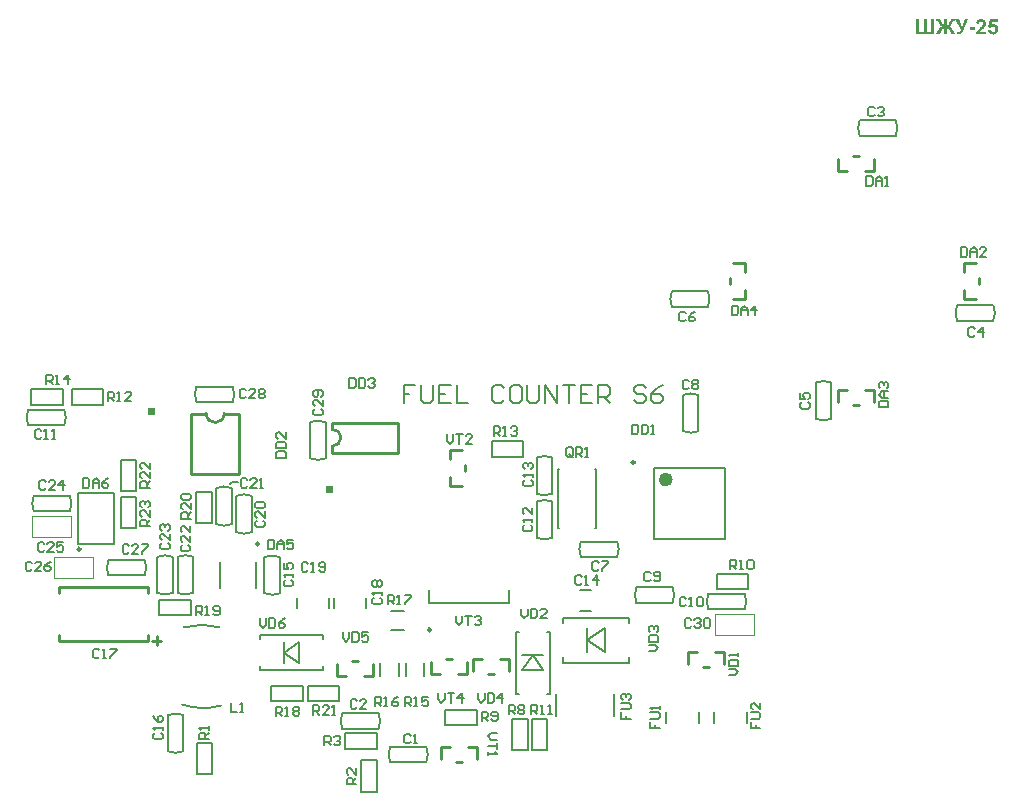
<source format=gto>
G04 Layer_Color=65535*
%FSLAX24Y24*%
%MOIN*%
G70*
G01*
G75*
%ADD10C,0.0079*%
%ADD41C,0.0098*%
%ADD58C,0.0070*%
%ADD59C,0.0071*%
%ADD60C,0.0236*%
%ADD61C,0.0100*%
%ADD62C,0.0039*%
%ADD63C,0.0050*%
%ADD64C,0.0067*%
G36*
X44214Y36142D02*
X43612D01*
Y36646D01*
X43714D01*
Y36227D01*
X43859D01*
Y36646D01*
X43961D01*
Y36227D01*
X44112D01*
Y36646D01*
X44213D01*
X44214Y36142D01*
D02*
G37*
G36*
X45573Y36277D02*
X45383D01*
Y36374D01*
X45573D01*
Y36277D01*
D02*
G37*
G36*
X45787Y36648D02*
X45793Y36648D01*
X45801Y36647D01*
X45809Y36645D01*
X45817Y36644D01*
X45836Y36639D01*
X45855Y36632D01*
X45866Y36627D01*
X45874Y36622D01*
X45884Y36616D01*
X45892Y36608D01*
X45893Y36608D01*
X45894Y36607D01*
X45895Y36604D01*
X45898Y36601D01*
X45902Y36597D01*
X45906Y36592D01*
X45909Y36587D01*
X45914Y36581D01*
X45921Y36566D01*
X45928Y36549D01*
X45931Y36540D01*
X45933Y36530D01*
X45934Y36519D01*
X45935Y36508D01*
Y36506D01*
Y36502D01*
X45934Y36495D01*
X45933Y36487D01*
X45932Y36477D01*
X45930Y36466D01*
X45927Y36454D01*
X45922Y36443D01*
X45922Y36441D01*
X45920Y36438D01*
X45917Y36431D01*
X45913Y36423D01*
X45908Y36414D01*
X45901Y36403D01*
X45893Y36391D01*
X45884Y36379D01*
X45883Y36378D01*
X45880Y36374D01*
X45876Y36369D01*
X45869Y36362D01*
X45860Y36353D01*
X45850Y36341D01*
X45836Y36329D01*
X45820Y36314D01*
X45820Y36313D01*
X45818Y36312D01*
X45816Y36310D01*
X45813Y36307D01*
X45805Y36300D01*
X45796Y36291D01*
X45786Y36282D01*
X45777Y36272D01*
X45768Y36264D01*
X45765Y36261D01*
X45762Y36258D01*
X45761Y36257D01*
X45760Y36255D01*
X45758Y36253D01*
X45755Y36249D01*
X45748Y36241D01*
X45742Y36231D01*
X45935D01*
Y36142D01*
X45596D01*
Y36142D01*
Y36144D01*
X45597Y36147D01*
X45597Y36150D01*
X45598Y36155D01*
X45599Y36160D01*
X45602Y36173D01*
X45606Y36188D01*
X45612Y36204D01*
X45619Y36221D01*
X45629Y36238D01*
Y36239D01*
X45630Y36240D01*
X45632Y36243D01*
X45634Y36246D01*
X45637Y36251D01*
X45642Y36256D01*
X45647Y36263D01*
X45653Y36270D01*
X45659Y36279D01*
X45667Y36288D01*
X45676Y36298D01*
X45686Y36309D01*
X45697Y36320D01*
X45710Y36332D01*
X45723Y36345D01*
X45737Y36359D01*
X45738Y36360D01*
X45740Y36362D01*
X45743Y36365D01*
X45747Y36369D01*
X45753Y36374D01*
X45759Y36379D01*
X45772Y36393D01*
X45785Y36406D01*
X45798Y36420D01*
X45804Y36426D01*
X45810Y36433D01*
X45815Y36438D01*
X45817Y36442D01*
X45818Y36444D01*
X45820Y36447D01*
X45824Y36453D01*
X45828Y36461D01*
X45831Y36470D01*
X45835Y36480D01*
X45837Y36490D01*
X45838Y36501D01*
Y36502D01*
Y36503D01*
Y36506D01*
X45837Y36513D01*
X45836Y36520D01*
X45833Y36528D01*
X45831Y36536D01*
X45826Y36544D01*
X45820Y36551D01*
X45820Y36552D01*
X45817Y36554D01*
X45813Y36557D01*
X45808Y36560D01*
X45801Y36563D01*
X45793Y36566D01*
X45783Y36568D01*
X45772Y36569D01*
X45767D01*
X45761Y36568D01*
X45755Y36567D01*
X45747Y36565D01*
X45739Y36561D01*
X45731Y36557D01*
X45723Y36551D01*
X45723Y36550D01*
X45720Y36547D01*
X45718Y36543D01*
X45715Y36536D01*
X45711Y36528D01*
X45708Y36517D01*
X45705Y36505D01*
X45704Y36490D01*
X45607Y36500D01*
Y36500D01*
X45608Y36503D01*
Y36507D01*
X45610Y36513D01*
X45610Y36519D01*
X45613Y36527D01*
X45615Y36535D01*
X45617Y36544D01*
X45624Y36562D01*
X45633Y36581D01*
X45639Y36591D01*
X45645Y36600D01*
X45653Y36607D01*
X45661Y36614D01*
X45661Y36615D01*
X45663Y36616D01*
X45665Y36617D01*
X45669Y36620D01*
X45673Y36622D01*
X45679Y36625D01*
X45685Y36629D01*
X45692Y36632D01*
X45700Y36635D01*
X45709Y36638D01*
X45728Y36644D01*
X45750Y36648D01*
X45762Y36648D01*
X45774Y36649D01*
X45782D01*
X45787Y36648D01*
D02*
G37*
G36*
X46319Y36549D02*
X46136D01*
X46121Y36463D01*
X46121D01*
X46122Y36464D01*
X46127Y36466D01*
X46133Y36468D01*
X46141Y36472D01*
X46151Y36475D01*
X46162Y36477D01*
X46175Y36479D01*
X46187Y36480D01*
X46194D01*
X46198Y36479D01*
X46203Y36479D01*
X46210Y36478D01*
X46217Y36476D01*
X46225Y36474D01*
X46242Y36468D01*
X46251Y36465D01*
X46260Y36460D01*
X46269Y36454D01*
X46279Y36448D01*
X46288Y36441D01*
X46296Y36433D01*
X46297Y36432D01*
X46299Y36430D01*
X46301Y36428D01*
X46304Y36424D01*
X46307Y36419D01*
X46311Y36414D01*
X46315Y36407D01*
X46319Y36400D01*
X46323Y36392D01*
X46327Y36382D01*
X46331Y36372D01*
X46334Y36362D01*
X46337Y36350D01*
X46339Y36338D01*
X46341Y36325D01*
X46342Y36311D01*
Y36310D01*
Y36308D01*
Y36305D01*
X46341Y36301D01*
Y36295D01*
X46339Y36288D01*
X46339Y36281D01*
X46337Y36274D01*
X46333Y36256D01*
X46326Y36237D01*
X46322Y36227D01*
X46318Y36218D01*
X46312Y36208D01*
X46305Y36199D01*
X46304Y36198D01*
X46303Y36196D01*
X46300Y36193D01*
X46296Y36188D01*
X46291Y36183D01*
X46285Y36177D01*
X46277Y36172D01*
X46269Y36166D01*
X46260Y36159D01*
X46250Y36153D01*
X46239Y36148D01*
X46226Y36142D01*
X46213Y36138D01*
X46199Y36135D01*
X46184Y36133D01*
X46168Y36132D01*
X46162D01*
X46156Y36133D01*
X46151Y36134D01*
X46143Y36134D01*
X46136Y36135D01*
X46127Y36137D01*
X46110Y36141D01*
X46090Y36148D01*
X46081Y36152D01*
X46071Y36157D01*
X46062Y36163D01*
X46054Y36169D01*
X46053Y36170D01*
X46051Y36171D01*
X46049Y36173D01*
X46046Y36176D01*
X46043Y36180D01*
X46039Y36185D01*
X46035Y36190D01*
X46031Y36196D01*
X46026Y36203D01*
X46022Y36210D01*
X46014Y36228D01*
X46006Y36247D01*
X46004Y36258D01*
X46002Y36270D01*
X46098Y36280D01*
Y36279D01*
X46099Y36275D01*
X46100Y36269D01*
X46102Y36261D01*
X46105Y36253D01*
X46110Y36245D01*
X46116Y36237D01*
X46122Y36228D01*
X46123Y36228D01*
X46126Y36226D01*
X46130Y36223D01*
X46136Y36219D01*
X46143Y36215D01*
X46151Y36212D01*
X46160Y36210D01*
X46170Y36210D01*
X46171D01*
X46175Y36210D01*
X46180Y36211D01*
X46188Y36212D01*
X46196Y36215D01*
X46205Y36220D01*
X46213Y36226D01*
X46221Y36234D01*
X46222Y36236D01*
X46225Y36239D01*
X46228Y36245D01*
X46232Y36253D01*
X46236Y36263D01*
X46240Y36276D01*
X46242Y36291D01*
X46242Y36309D01*
Y36309D01*
Y36311D01*
Y36313D01*
Y36317D01*
X46242Y36325D01*
X46240Y36335D01*
X46237Y36347D01*
X46234Y36358D01*
X46229Y36369D01*
X46221Y36379D01*
X46221Y36379D01*
X46218Y36382D01*
X46213Y36386D01*
X46207Y36391D01*
X46199Y36395D01*
X46189Y36399D01*
X46178Y36402D01*
X46167Y36403D01*
X46162D01*
X46159Y36402D01*
X46152Y36401D01*
X46142Y36398D01*
X46130Y36394D01*
X46118Y36387D01*
X46111Y36383D01*
X46105Y36378D01*
X46098Y36372D01*
X46092Y36366D01*
X46014Y36376D01*
X46063Y36640D01*
X46319D01*
Y36549D01*
D02*
G37*
G36*
X24179Y20844D02*
X23929D01*
Y21094D01*
X24179D01*
Y20844D01*
D02*
G37*
G36*
X18240Y23449D02*
X17990D01*
Y23699D01*
X18240D01*
Y23449D01*
D02*
G37*
G36*
X45173Y36262D02*
Y36261D01*
X45172Y36259D01*
X45170Y36256D01*
X45168Y36252D01*
X45166Y36247D01*
X45163Y36241D01*
X45156Y36227D01*
X45147Y36212D01*
X45137Y36196D01*
X45126Y36181D01*
X45115Y36167D01*
X45114Y36166D01*
X45110Y36162D01*
X45104Y36157D01*
X45096Y36151D01*
X45085Y36145D01*
X45072Y36140D01*
X45058Y36137D01*
X45050Y36136D01*
X45041Y36135D01*
X45034D01*
X45026Y36136D01*
X45016D01*
X45004Y36137D01*
X44992Y36138D01*
X44981Y36140D01*
X44971Y36142D01*
Y36216D01*
X44984D01*
X44990Y36215D01*
X45016D01*
X45022Y36216D01*
X45029Y36217D01*
X45037Y36218D01*
X45046Y36220D01*
X45053Y36223D01*
X45060Y36228D01*
X45061Y36228D01*
X45063Y36231D01*
X45066Y36234D01*
X45069Y36239D01*
X45074Y36247D01*
X45079Y36257D01*
X45085Y36269D01*
X45090Y36284D01*
X44905Y36646D01*
X45018D01*
X45137Y36384D01*
X45237Y36646D01*
X45344D01*
X45173Y36262D01*
D02*
G37*
G36*
X44892Y36575D02*
X44871D01*
X44866Y36574D01*
X44860D01*
X44844Y36571D01*
X44837Y36570D01*
X44831Y36567D01*
X44830D01*
X44829Y36565D01*
X44826Y36564D01*
X44822Y36561D01*
X44819Y36558D01*
X44815Y36554D01*
X44811Y36549D01*
X44807Y36543D01*
X44806Y36543D01*
X44806Y36541D01*
X44803Y36535D01*
X44800Y36530D01*
X44797Y36520D01*
X44792Y36509D01*
X44790Y36503D01*
X44787Y36495D01*
X44784Y36487D01*
X44781Y36478D01*
X44780Y36476D01*
X44779Y36473D01*
X44777Y36468D01*
X44775Y36462D01*
X44772Y36456D01*
X44769Y36449D01*
X44765Y36441D01*
X44761Y36434D01*
X44760Y36433D01*
X44759Y36431D01*
X44756Y36428D01*
X44752Y36423D01*
X44747Y36418D01*
X44740Y36413D01*
X44732Y36407D01*
X44722Y36401D01*
X44723D01*
X44724Y36401D01*
X44728Y36399D01*
X44734Y36396D01*
X44742Y36393D01*
X44751Y36387D01*
X44760Y36380D01*
X44770Y36372D01*
X44779Y36362D01*
X44779Y36360D01*
X44782Y36357D01*
X44787Y36350D01*
X44793Y36341D01*
X44800Y36329D01*
X44808Y36314D01*
X44818Y36298D01*
X44827Y36280D01*
X44897Y36142D01*
X44776D01*
X44716Y36271D01*
Y36272D01*
X44714Y36274D01*
X44713Y36277D01*
X44710Y36282D01*
X44709Y36284D01*
X44709Y36285D01*
X44707Y36288D01*
X44706Y36290D01*
X44704Y36294D01*
X44701Y36299D01*
X44698Y36306D01*
Y36306D01*
X44697Y36307D01*
X44695Y36312D01*
X44691Y36318D01*
X44686Y36325D01*
X44681Y36333D01*
X44676Y36341D01*
X44671Y36347D01*
X44666Y36352D01*
X44665Y36353D01*
X44663Y36354D01*
X44661Y36355D01*
X44658Y36358D01*
X44653Y36360D01*
X44648Y36361D01*
X44642Y36362D01*
X44636Y36363D01*
Y36142D01*
X44537D01*
Y36363D01*
X44534D01*
X44530Y36362D01*
X44526Y36361D01*
X44515Y36358D01*
X44510Y36356D01*
X44505Y36352D01*
X44504Y36352D01*
X44503Y36350D01*
X44500Y36347D01*
X44496Y36343D01*
X44492Y36337D01*
X44487Y36329D01*
X44480Y36319D01*
X44474Y36306D01*
X44473Y36306D01*
X44472Y36303D01*
X44470Y36300D01*
X44469Y36296D01*
X44467Y36291D01*
X44464Y36288D01*
X44463Y36285D01*
X44461Y36282D01*
X44461Y36282D01*
X44460Y36280D01*
X44458Y36276D01*
X44456Y36271D01*
X44395Y36142D01*
X44276D01*
X44344Y36280D01*
Y36280D01*
X44346Y36282D01*
X44346Y36285D01*
X44349Y36288D01*
X44351Y36293D01*
X44354Y36297D01*
X44359Y36309D01*
X44367Y36322D01*
X44375Y36335D01*
X44383Y36348D01*
X44392Y36360D01*
X44393Y36362D01*
X44397Y36366D01*
X44401Y36371D01*
X44408Y36377D01*
X44416Y36384D01*
X44426Y36390D01*
X44437Y36397D01*
X44449Y36401D01*
X44448Y36402D01*
X44445Y36404D01*
X44440Y36407D01*
X44435Y36411D01*
X44428Y36416D01*
X44421Y36422D01*
X44416Y36428D01*
X44411Y36434D01*
X44410Y36435D01*
X44409Y36437D01*
X44408Y36441D01*
X44405Y36446D01*
X44402Y36452D01*
X44398Y36460D01*
X44394Y36468D01*
X44391Y36478D01*
Y36479D01*
X44390Y36480D01*
X44389Y36482D01*
X44388Y36486D01*
X44385Y36494D01*
X44381Y36504D01*
X44377Y36515D01*
X44373Y36526D01*
X44368Y36535D01*
X44366Y36539D01*
X44365Y36543D01*
X44364Y36543D01*
X44363Y36546D01*
X44361Y36549D01*
X44359Y36551D01*
X44351Y36559D01*
X44346Y36563D01*
X44341Y36567D01*
X44340Y36567D01*
X44338Y36568D01*
X44335Y36570D01*
X44330Y36571D01*
X44323Y36573D01*
X44315Y36573D01*
X44305Y36575D01*
X44281D01*
Y36650D01*
X44287D01*
X44292Y36649D01*
X44307D01*
X44314Y36648D01*
X44320Y36648D01*
X44336Y36646D01*
X44354Y36644D01*
X44370Y36640D01*
X44386Y36635D01*
X44394Y36631D01*
X44400Y36627D01*
X44401D01*
X44402Y36627D01*
X44405Y36623D01*
X44408Y36620D01*
X44412Y36616D01*
X44416Y36612D01*
X44420Y36607D01*
X44424Y36600D01*
X44429Y36593D01*
X44434Y36585D01*
X44440Y36576D01*
X44445Y36565D01*
X44451Y36554D01*
X44456Y36541D01*
X44461Y36527D01*
Y36527D01*
X44462Y36524D01*
X44464Y36522D01*
X44465Y36518D01*
X44467Y36513D01*
X44470Y36507D01*
X44475Y36495D01*
X44480Y36481D01*
X44487Y36468D01*
X44490Y36462D01*
X44493Y36457D01*
X44496Y36453D01*
X44498Y36449D01*
X44499Y36449D01*
X44500Y36446D01*
X44504Y36444D01*
X44507Y36441D01*
X44513Y36438D01*
X44520Y36435D01*
X44528Y36433D01*
X44537Y36431D01*
Y36646D01*
X44636D01*
Y36431D01*
X44637D01*
X44640Y36432D01*
X44644Y36433D01*
X44650Y36434D01*
X44656Y36436D01*
X44662Y36439D01*
X44669Y36444D01*
X44674Y36449D01*
X44674Y36450D01*
X44676Y36453D01*
X44679Y36458D01*
X44683Y36465D01*
X44685Y36471D01*
X44688Y36476D01*
X44691Y36482D01*
X44695Y36489D01*
X44698Y36497D01*
X44702Y36507D01*
X44706Y36516D01*
X44710Y36527D01*
X44711Y36528D01*
X44712Y36531D01*
X44713Y36535D01*
X44715Y36540D01*
X44718Y36546D01*
X44722Y36554D01*
X44729Y36570D01*
X44739Y36586D01*
X44749Y36603D01*
X44755Y36610D01*
X44760Y36617D01*
X44766Y36624D01*
X44772Y36628D01*
X44773D01*
X44774Y36629D01*
X44776Y36630D01*
X44778Y36632D01*
X44782Y36633D01*
X44786Y36635D01*
X44791Y36637D01*
X44797Y36639D01*
X44803Y36640D01*
X44811Y36643D01*
X44820Y36644D01*
X44830Y36646D01*
X44840Y36647D01*
X44851Y36648D01*
X44863Y36649D01*
X44884D01*
X44888Y36650D01*
X44892D01*
Y36575D01*
D02*
G37*
D10*
X31673Y19695D02*
X31713D01*
X31673D02*
Y21663D01*
X31713D01*
X32894Y19695D02*
X32933D01*
Y21663D01*
X32894D02*
X32933D01*
X31289Y14144D02*
X31398D01*
X30256D02*
X30364D01*
X31289Y16230D02*
X31398D01*
X30256D02*
X30364D01*
X31398Y14144D02*
Y16230D01*
X30256Y14144D02*
Y16230D01*
X31614Y13425D02*
Y14134D01*
X33543Y13425D02*
Y14134D01*
X27382Y17185D02*
X30020D01*
X27382D02*
Y17618D01*
X30020Y17185D02*
Y17618D01*
X27215Y14734D02*
Y15167D01*
X26585Y14734D02*
Y15167D01*
X31821Y16693D02*
X34026D01*
X31821Y15197D02*
X34026D01*
Y16506D02*
Y16693D01*
Y15197D02*
Y15384D01*
X31821Y16506D02*
Y16693D01*
Y15197D02*
Y15384D01*
X26358Y14734D02*
Y15167D01*
X25728Y14734D02*
Y15167D01*
X26093Y16919D02*
X26526D01*
X26093Y16289D02*
X26526D01*
X21594Y17677D02*
Y18543D01*
X20413Y17677D02*
Y18543D01*
X23819Y15994D02*
Y16102D01*
Y14961D02*
Y15069D01*
X21732Y15994D02*
Y16102D01*
Y14961D02*
Y15069D01*
Y16102D02*
X23819D01*
X21732Y14961D02*
X23819D01*
X34862Y19331D02*
Y21693D01*
X37224Y19331D02*
Y21693D01*
X34862Y19331D02*
X37224D01*
X34862Y21693D02*
X37224D01*
X36358Y13199D02*
Y13553D01*
X35256Y13199D02*
Y13553D01*
X37953Y13199D02*
Y13553D01*
X36850Y13199D02*
Y13553D01*
X20797Y21211D02*
X21004D01*
X20738Y21152D02*
X20797Y21211D01*
X35928Y17329D02*
X35876Y17382D01*
X35771D01*
X35719Y17329D01*
Y17119D01*
X35771Y17067D01*
X35876D01*
X35928Y17119D01*
X36033Y17067D02*
X36138D01*
X36086D01*
Y17382D01*
X36033Y17329D01*
X36296D02*
X36348Y17382D01*
X36453D01*
X36506Y17329D01*
Y17119D01*
X36453Y17067D01*
X36348D01*
X36296Y17119D01*
Y17329D01*
X36106Y16621D02*
X36053Y16673D01*
X35948D01*
X35896Y16621D01*
Y16411D01*
X35948Y16358D01*
X36053D01*
X36106Y16411D01*
X36211Y16621D02*
X36263Y16673D01*
X36368D01*
X36420Y16621D01*
Y16568D01*
X36368Y16516D01*
X36315D01*
X36368D01*
X36420Y16463D01*
Y16411D01*
X36368Y16358D01*
X36263D01*
X36211Y16411D01*
X36525Y16621D02*
X36578Y16673D01*
X36683D01*
X36735Y16621D01*
Y16411D01*
X36683Y16358D01*
X36578D01*
X36525Y16411D01*
Y16621D01*
X30020Y13474D02*
Y13789D01*
X30177D01*
X30230Y13737D01*
Y13632D01*
X30177Y13579D01*
X30020D01*
X30125D02*
X30230Y13474D01*
X30335Y13737D02*
X30387Y13789D01*
X30492D01*
X30544Y13737D01*
Y13684D01*
X30492Y13632D01*
X30544Y13579D01*
Y13527D01*
X30492Y13474D01*
X30387D01*
X30335Y13527D01*
Y13579D01*
X30387Y13632D01*
X30335Y13684D01*
Y13737D01*
X30387Y13632D02*
X30492D01*
X30768Y13474D02*
Y13789D01*
X30925D01*
X30978Y13737D01*
Y13632D01*
X30925Y13579D01*
X30768D01*
X30873D02*
X30978Y13474D01*
X31083D02*
X31188D01*
X31135D01*
Y13789D01*
X31083Y13737D01*
X31345Y13474D02*
X31450D01*
X31397D01*
Y13789D01*
X31345Y13737D01*
X32149Y22110D02*
Y22319D01*
X32096Y22372D01*
X31991D01*
X31939Y22319D01*
Y22110D01*
X31991Y22057D01*
X32096D01*
X32044Y22162D02*
X32149Y22057D01*
X32096D02*
X32149Y22110D01*
X32254Y22057D02*
Y22372D01*
X32411D01*
X32464Y22319D01*
Y22215D01*
X32411Y22162D01*
X32254D01*
X32359D02*
X32464Y22057D01*
X32569D02*
X32674D01*
X32621D01*
Y22372D01*
X32569Y22319D01*
X30555Y21283D02*
X30502Y21230D01*
Y21125D01*
X30555Y21073D01*
X30764D01*
X30817Y21125D01*
Y21230D01*
X30764Y21283D01*
X30817Y21388D02*
Y21493D01*
Y21440D01*
X30502D01*
X30555Y21388D01*
Y21650D02*
X30502Y21703D01*
Y21808D01*
X30555Y21860D01*
X30607D01*
X30659Y21808D01*
Y21755D01*
Y21808D01*
X30712Y21860D01*
X30764D01*
X30817Y21808D01*
Y21703D01*
X30764Y21650D01*
X30544Y19777D02*
X30491Y19724D01*
Y19619D01*
X30544Y19567D01*
X30754D01*
X30806Y19619D01*
Y19724D01*
X30754Y19777D01*
X30806Y19882D02*
Y19987D01*
Y19934D01*
X30491D01*
X30544Y19882D01*
X30806Y20354D02*
Y20144D01*
X30596Y20354D01*
X30544D01*
X30491Y20302D01*
Y20197D01*
X30544Y20144D01*
X27677Y14178D02*
Y13968D01*
X27782Y13863D01*
X27887Y13968D01*
Y14178D01*
X27992D02*
X28202D01*
X28097D01*
Y13863D01*
X28464D02*
Y14178D01*
X28307Y14020D01*
X28517D01*
X28258Y16762D02*
Y16552D01*
X28363Y16447D01*
X28468Y16552D01*
Y16762D01*
X28573D02*
X28783D01*
X28678D01*
Y16447D01*
X28888Y16709D02*
X28940Y16762D01*
X29045D01*
X29097Y16709D01*
Y16657D01*
X29045Y16604D01*
X28993D01*
X29045D01*
X29097Y16552D01*
Y16499D01*
X29045Y16447D01*
X28940D01*
X28888Y16499D01*
X27963Y22805D02*
Y22595D01*
X28068Y22490D01*
X28173Y22595D01*
Y22805D01*
X28277D02*
X28487D01*
X28382D01*
Y22490D01*
X28802D02*
X28592D01*
X28802Y22700D01*
Y22753D01*
X28750Y22805D01*
X28645D01*
X28592Y22753D01*
X29632Y12838D02*
X29422D01*
X29317Y12733D01*
X29422Y12628D01*
X29632D01*
Y12523D02*
Y12313D01*
Y12418D01*
X29317D01*
Y12208D02*
Y12103D01*
Y12156D01*
X29632D01*
X29580Y12208D01*
X21722Y16673D02*
Y16463D01*
X21827Y16358D01*
X21932Y16463D01*
Y16673D01*
X22037D02*
Y16358D01*
X22195D01*
X22247Y16411D01*
Y16621D01*
X22195Y16673D01*
X22037D01*
X22562D02*
X22457Y16621D01*
X22352Y16516D01*
Y16411D01*
X22405Y16358D01*
X22510D01*
X22562Y16411D01*
Y16463D01*
X22510Y16516D01*
X22352D01*
X24498Y16211D02*
Y16001D01*
X24603Y15896D01*
X24708Y16001D01*
Y16211D01*
X24813D02*
Y15896D01*
X24970D01*
X25023Y15948D01*
Y16158D01*
X24970Y16211D01*
X24813D01*
X25338D02*
X25128D01*
Y16053D01*
X25233Y16106D01*
X25285D01*
X25338Y16053D01*
Y15948D01*
X25285Y15896D01*
X25180D01*
X25128Y15948D01*
X29006Y14178D02*
Y13968D01*
X29111Y13863D01*
X29216Y13968D01*
Y14178D01*
X29321D02*
Y13863D01*
X29478D01*
X29531Y13915D01*
Y14125D01*
X29478Y14178D01*
X29321D01*
X29793Y13863D02*
Y14178D01*
X29636Y14020D01*
X29846D01*
X34695Y15581D02*
X34905D01*
X35010Y15686D01*
X34905Y15791D01*
X34695D01*
Y15896D02*
X35010D01*
Y16053D01*
X34957Y16105D01*
X34747D01*
X34695Y16053D01*
Y15896D01*
X34747Y16210D02*
X34695Y16263D01*
Y16368D01*
X34747Y16420D01*
X34800D01*
X34852Y16368D01*
Y16315D01*
Y16368D01*
X34905Y16420D01*
X34957D01*
X35010Y16368D01*
Y16263D01*
X34957Y16210D01*
X30443Y16998D02*
Y16788D01*
X30548Y16683D01*
X30653Y16788D01*
Y16998D01*
X30758D02*
Y16683D01*
X30915D01*
X30968Y16736D01*
Y16945D01*
X30915Y16998D01*
X30758D01*
X31283Y16683D02*
X31073D01*
X31283Y16893D01*
Y16945D01*
X31230Y16998D01*
X31125D01*
X31073Y16945D01*
X37362Y14774D02*
X37572D01*
X37677Y14879D01*
X37572Y14984D01*
X37362D01*
Y15088D02*
X37677D01*
Y15246D01*
X37625Y15298D01*
X37415D01*
X37362Y15246D01*
Y15088D01*
X37677Y15403D02*
Y15508D01*
Y15456D01*
X37362D01*
X37415Y15403D01*
X18061Y19744D02*
X17746D01*
Y19902D01*
X17799Y19954D01*
X17904D01*
X17956Y19902D01*
Y19744D01*
Y19849D02*
X18061Y19954D01*
Y20269D02*
Y20059D01*
X17851Y20269D01*
X17799D01*
X17746Y20216D01*
Y20111D01*
X17799Y20059D01*
Y20374D02*
X17746Y20426D01*
Y20531D01*
X17799Y20584D01*
X17851D01*
X17904Y20531D01*
Y20479D01*
Y20531D01*
X17956Y20584D01*
X18009D01*
X18061Y20531D01*
Y20426D01*
X18009Y20374D01*
X18061Y21024D02*
X17746D01*
Y21181D01*
X17799Y21234D01*
X17904D01*
X17956Y21181D01*
Y21024D01*
Y21129D02*
X18061Y21234D01*
Y21548D02*
Y21338D01*
X17851Y21548D01*
X17799D01*
X17746Y21496D01*
Y21391D01*
X17799Y21338D01*
X18061Y21863D02*
Y21653D01*
X17851Y21863D01*
X17799D01*
X17746Y21811D01*
Y21706D01*
X17799Y21653D01*
X23504Y13465D02*
Y13779D01*
X23661D01*
X23714Y13727D01*
Y13622D01*
X23661Y13570D01*
X23504D01*
X23609D02*
X23714Y13465D01*
X24029D02*
X23819D01*
X24029Y13674D01*
Y13727D01*
X23976Y13779D01*
X23871D01*
X23819Y13727D01*
X24134Y13465D02*
X24239D01*
X24186D01*
Y13779D01*
X24134Y13727D01*
X19429Y19990D02*
X19114D01*
Y20148D01*
X19167Y20200D01*
X19272D01*
X19324Y20148D01*
Y19990D01*
Y20095D02*
X19429Y20200D01*
Y20515D02*
Y20305D01*
X19219Y20515D01*
X19167D01*
X19114Y20462D01*
Y20357D01*
X19167Y20305D01*
Y20620D02*
X19114Y20672D01*
Y20777D01*
X19167Y20830D01*
X19377D01*
X19429Y20777D01*
Y20672D01*
X19377Y20620D01*
X19167D01*
X19596Y16772D02*
Y17087D01*
X19754D01*
X19806Y17034D01*
Y16929D01*
X19754Y16877D01*
X19596D01*
X19701D02*
X19806Y16772D01*
X19911D02*
X20016D01*
X19964D01*
Y17087D01*
X19911Y17034D01*
X20174Y16824D02*
X20226Y16772D01*
X20331D01*
X20384Y16824D01*
Y17034D01*
X20331Y17087D01*
X20226D01*
X20174Y17034D01*
Y16982D01*
X20226Y16929D01*
X20384D01*
X22254Y13415D02*
Y13730D01*
X22411D01*
X22464Y13678D01*
Y13573D01*
X22411Y13520D01*
X22254D01*
X22359D02*
X22464Y13415D01*
X22569D02*
X22674D01*
X22621D01*
Y13730D01*
X22569Y13678D01*
X22831D02*
X22884Y13730D01*
X22989D01*
X23041Y13678D01*
Y13625D01*
X22989Y13573D01*
X23041Y13520D01*
Y13468D01*
X22989Y13415D01*
X22884D01*
X22831Y13468D01*
Y13520D01*
X22884Y13573D01*
X22831Y13625D01*
Y13678D01*
X22884Y13573D02*
X22989D01*
X25994Y17136D02*
Y17451D01*
X26152D01*
X26204Y17398D01*
Y17293D01*
X26152Y17241D01*
X25994D01*
X26099D02*
X26204Y17136D01*
X26309D02*
X26414D01*
X26361D01*
Y17451D01*
X26309Y17398D01*
X26571Y17451D02*
X26781D01*
Y17398D01*
X26571Y17188D01*
Y17136D01*
X25561Y13740D02*
Y14055D01*
X25718D01*
X25771Y14003D01*
Y13898D01*
X25718Y13845D01*
X25561D01*
X25666D02*
X25771Y13740D01*
X25876D02*
X25981D01*
X25928D01*
Y14055D01*
X25876Y14003D01*
X26348Y14055D02*
X26243Y14003D01*
X26138Y13898D01*
Y13793D01*
X26191Y13740D01*
X26296D01*
X26348Y13793D01*
Y13845D01*
X26296Y13898D01*
X26138D01*
X26555Y13740D02*
Y14055D01*
X26713D01*
X26765Y14003D01*
Y13898D01*
X26713Y13845D01*
X26555D01*
X26660D02*
X26765Y13740D01*
X26870D02*
X26975D01*
X26922D01*
Y14055D01*
X26870Y14003D01*
X27342Y14055D02*
X27132D01*
Y13898D01*
X27237Y13950D01*
X27290D01*
X27342Y13898D01*
Y13793D01*
X27290Y13740D01*
X27185D01*
X27132Y13793D01*
X14606Y24478D02*
Y24793D01*
X14764D01*
X14816Y24741D01*
Y24636D01*
X14764Y24583D01*
X14606D01*
X14711D02*
X14816Y24478D01*
X14921D02*
X15026D01*
X14974D01*
Y24793D01*
X14921Y24741D01*
X15341Y24478D02*
Y24793D01*
X15184Y24636D01*
X15393D01*
X29518Y22756D02*
Y23071D01*
X29675D01*
X29728Y23018D01*
Y22913D01*
X29675Y22861D01*
X29518D01*
X29623D02*
X29728Y22756D01*
X29833D02*
X29938D01*
X29885D01*
Y23071D01*
X29833Y23018D01*
X30095D02*
X30147Y23071D01*
X30252D01*
X30305Y23018D01*
Y22966D01*
X30252Y22913D01*
X30200D01*
X30252D01*
X30305Y22861D01*
Y22808D01*
X30252Y22756D01*
X30147D01*
X30095Y22808D01*
X16654Y23907D02*
Y24222D01*
X16811D01*
X16863Y24170D01*
Y24065D01*
X16811Y24012D01*
X16654D01*
X16759D02*
X16863Y23907D01*
X16968D02*
X17073D01*
X17021D01*
Y24222D01*
X16968Y24170D01*
X17441Y23907D02*
X17231D01*
X17441Y24117D01*
Y24170D01*
X17388Y24222D01*
X17283D01*
X17231Y24170D01*
X37402Y18307D02*
Y18622D01*
X37559D01*
X37611Y18569D01*
Y18465D01*
X37559Y18412D01*
X37402D01*
X37507D02*
X37611Y18307D01*
X37716D02*
X37821D01*
X37769D01*
Y18622D01*
X37716Y18569D01*
X37979D02*
X38031Y18622D01*
X38136D01*
X38189Y18569D01*
Y18360D01*
X38136Y18307D01*
X38031D01*
X37979Y18360D01*
Y18569D01*
X29124Y13248D02*
Y13563D01*
X29281D01*
X29334Y13510D01*
Y13405D01*
X29281Y13353D01*
X29124D01*
X29229D02*
X29334Y13248D01*
X29439Y13301D02*
X29491Y13248D01*
X29596D01*
X29649Y13301D01*
Y13510D01*
X29596Y13563D01*
X29491D01*
X29439Y13510D01*
Y13458D01*
X29491Y13405D01*
X29649D01*
X23878Y12441D02*
Y12756D01*
X24035D01*
X24088Y12703D01*
Y12598D01*
X24035Y12546D01*
X23878D01*
X23983D02*
X24088Y12441D01*
X24193Y12703D02*
X24245Y12756D01*
X24350D01*
X24403Y12703D01*
Y12651D01*
X24350Y12598D01*
X24298D01*
X24350D01*
X24403Y12546D01*
Y12493D01*
X24350Y12441D01*
X24245D01*
X24193Y12493D01*
X24941Y11142D02*
X24626D01*
Y11299D01*
X24679Y11352D01*
X24784D01*
X24836Y11299D01*
Y11142D01*
Y11247D02*
X24941Y11352D01*
Y11667D02*
Y11457D01*
X24731Y11667D01*
X24679D01*
X24626Y11614D01*
Y11509D01*
X24679Y11457D01*
X20020Y12648D02*
X19705D01*
Y12805D01*
X19757Y12858D01*
X19862D01*
X19915Y12805D01*
Y12648D01*
Y12753D02*
X20020Y12858D01*
Y12962D02*
Y13067D01*
Y13015D01*
X19705D01*
X19757Y12962D01*
X20758Y13858D02*
Y13543D01*
X20968D01*
X21073D02*
X21178D01*
X21125D01*
Y13858D01*
X21073Y13806D01*
X33780Y13537D02*
Y13327D01*
X33937D01*
Y13432D01*
Y13327D01*
X34094D01*
X33780Y13642D02*
X34042D01*
X34094Y13694D01*
Y13799D01*
X34042Y13852D01*
X33780D01*
X33832Y13956D02*
X33780Y14009D01*
Y14114D01*
X33832Y14166D01*
X33885D01*
X33937Y14114D01*
Y14061D01*
Y14114D01*
X33990Y14166D01*
X34042D01*
X34094Y14114D01*
Y14009D01*
X34042Y13956D01*
X38100Y13222D02*
Y13012D01*
X38258D01*
Y13117D01*
Y13012D01*
X38415D01*
X38100Y13327D02*
X38363D01*
X38415Y13379D01*
Y13484D01*
X38363Y13537D01*
X38100D01*
X38415Y13851D02*
Y13642D01*
X38205Y13851D01*
X38153D01*
X38100Y13799D01*
Y13694D01*
X38153Y13642D01*
X34744Y13222D02*
Y13012D01*
X34902D01*
Y13117D01*
Y13012D01*
X35059D01*
X34744Y13327D02*
X35007D01*
X35059Y13379D01*
Y13484D01*
X35007Y13537D01*
X34744D01*
X35059Y13642D02*
Y13746D01*
Y13694D01*
X34744D01*
X34797Y13642D01*
X24715Y24675D02*
Y24360D01*
X24872D01*
X24924Y24413D01*
Y24623D01*
X24872Y24675D01*
X24715D01*
X25029D02*
Y24360D01*
X25187D01*
X25239Y24413D01*
Y24623D01*
X25187Y24675D01*
X25029D01*
X25344Y24623D02*
X25397Y24675D01*
X25502D01*
X25554Y24623D01*
Y24570D01*
X25502Y24518D01*
X25449D01*
X25502D01*
X25554Y24465D01*
Y24413D01*
X25502Y24360D01*
X25397D01*
X25344Y24413D01*
X22274Y22028D02*
X22589D01*
Y22185D01*
X22536Y22237D01*
X22326D01*
X22274Y22185D01*
Y22028D01*
Y22342D02*
X22589D01*
Y22500D01*
X22536Y22552D01*
X22326D01*
X22274Y22500D01*
Y22342D01*
X22589Y22867D02*
Y22657D01*
X22379Y22867D01*
X22326D01*
X22274Y22815D01*
Y22710D01*
X22326Y22657D01*
X34138Y23132D02*
Y22817D01*
X34296D01*
X34348Y22869D01*
Y23079D01*
X34296Y23132D01*
X34138D01*
X34453D02*
Y22817D01*
X34611D01*
X34663Y22869D01*
Y23079D01*
X34611Y23132D01*
X34453D01*
X34768Y22817D02*
X34873D01*
X34820D01*
Y23132D01*
X34768Y23079D01*
X15837Y21338D02*
Y21024D01*
X15994D01*
X16047Y21076D01*
Y21286D01*
X15994Y21338D01*
X15837D01*
X16151Y21024D02*
Y21234D01*
X16256Y21338D01*
X16361Y21234D01*
Y21024D01*
Y21181D01*
X16151D01*
X16676Y21338D02*
X16571Y21286D01*
X16466Y21181D01*
Y21076D01*
X16519Y21024D01*
X16624D01*
X16676Y21076D01*
Y21129D01*
X16624Y21181D01*
X16466D01*
X21998Y19291D02*
Y18976D01*
X22155D01*
X22208Y19029D01*
Y19239D01*
X22155Y19291D01*
X21998D01*
X22313Y18976D02*
Y19186D01*
X22418Y19291D01*
X22523Y19186D01*
Y18976D01*
Y19134D01*
X22313D01*
X22838Y19291D02*
X22628D01*
Y19134D01*
X22733Y19186D01*
X22785D01*
X22838Y19134D01*
Y19029D01*
X22785Y18976D01*
X22680D01*
X22628Y19029D01*
X37461Y27096D02*
Y26781D01*
X37618D01*
X37671Y26834D01*
Y27044D01*
X37618Y27096D01*
X37461D01*
X37775Y26781D02*
Y26991D01*
X37880Y27096D01*
X37985Y26991D01*
Y26781D01*
Y26939D01*
X37775D01*
X38248Y26781D02*
Y27096D01*
X38090Y26939D01*
X38300D01*
X42362Y23711D02*
X42677D01*
Y23868D01*
X42625Y23921D01*
X42415D01*
X42362Y23868D01*
Y23711D01*
X42677Y24025D02*
X42467D01*
X42362Y24130D01*
X42467Y24235D01*
X42677D01*
X42520D01*
Y24025D01*
X42415Y24340D02*
X42362Y24393D01*
Y24498D01*
X42415Y24550D01*
X42467D01*
X42520Y24498D01*
Y24445D01*
Y24498D01*
X42572Y24550D01*
X42625D01*
X42677Y24498D01*
Y24393D01*
X42625Y24340D01*
X45098Y29045D02*
Y28730D01*
X45256D01*
X45308Y28783D01*
Y28993D01*
X45256Y29045D01*
X45098D01*
X45413Y28730D02*
Y28940D01*
X45518Y29045D01*
X45623Y28940D01*
Y28730D01*
Y28888D01*
X45413D01*
X45938Y28730D02*
X45728D01*
X45938Y28940D01*
Y28993D01*
X45886Y29045D01*
X45781D01*
X45728Y28993D01*
X41939Y31407D02*
Y31093D01*
X42096D01*
X42149Y31145D01*
Y31355D01*
X42096Y31407D01*
X41939D01*
X42254Y31093D02*
Y31302D01*
X42359Y31407D01*
X42464Y31302D01*
Y31093D01*
Y31250D01*
X42254D01*
X42569Y31093D02*
X42674D01*
X42621D01*
Y31407D01*
X42569Y31355D01*
X17365Y19091D02*
X17313Y19144D01*
X17208D01*
X17156Y19091D01*
Y18881D01*
X17208Y18829D01*
X17313D01*
X17365Y18881D01*
X17680Y18829D02*
X17470D01*
X17680Y19039D01*
Y19091D01*
X17628Y19144D01*
X17523D01*
X17470Y19091D01*
X17785Y19144D02*
X17995D01*
Y19091D01*
X17785Y18881D01*
Y18829D01*
X14127Y18510D02*
X14075Y18563D01*
X13970D01*
X13917Y18510D01*
Y18301D01*
X13970Y18248D01*
X14075D01*
X14127Y18301D01*
X14442Y18248D02*
X14232D01*
X14442Y18458D01*
Y18510D01*
X14390Y18563D01*
X14285D01*
X14232Y18510D01*
X14757Y18563D02*
X14652Y18510D01*
X14547Y18405D01*
Y18301D01*
X14600Y18248D01*
X14704D01*
X14757Y18301D01*
Y18353D01*
X14704Y18405D01*
X14547D01*
X14541Y19160D02*
X14488Y19212D01*
X14383D01*
X14331Y19160D01*
Y18950D01*
X14383Y18898D01*
X14488D01*
X14541Y18950D01*
X14855Y18898D02*
X14646D01*
X14855Y19108D01*
Y19160D01*
X14803Y19212D01*
X14698D01*
X14646Y19160D01*
X15170Y19212D02*
X14960D01*
Y19055D01*
X15065Y19108D01*
X15118D01*
X15170Y19055D01*
Y18950D01*
X15118Y18898D01*
X15013D01*
X14960Y18950D01*
X14590Y21217D02*
X14537Y21270D01*
X14432D01*
X14380Y21217D01*
Y21007D01*
X14432Y20955D01*
X14537D01*
X14590Y21007D01*
X14905Y20955D02*
X14695D01*
X14905Y21165D01*
Y21217D01*
X14852Y21270D01*
X14747D01*
X14695Y21217D01*
X15167Y20955D02*
Y21270D01*
X15010Y21112D01*
X15220D01*
X18458Y19176D02*
X18406Y19124D01*
Y19019D01*
X18458Y18967D01*
X18668D01*
X18720Y19019D01*
Y19124D01*
X18668Y19176D01*
X18720Y19491D02*
Y19281D01*
X18511Y19491D01*
X18458D01*
X18406Y19439D01*
Y19334D01*
X18458Y19281D01*
Y19596D02*
X18406Y19649D01*
Y19754D01*
X18458Y19806D01*
X18511D01*
X18563Y19754D01*
Y19701D01*
Y19754D01*
X18616Y19806D01*
X18668D01*
X18720Y19754D01*
Y19649D01*
X18668Y19596D01*
X19137Y19117D02*
X19085Y19065D01*
Y18960D01*
X19137Y18907D01*
X19347D01*
X19400Y18960D01*
Y19065D01*
X19347Y19117D01*
X19400Y19432D02*
Y19222D01*
X19190Y19432D01*
X19137D01*
X19085Y19380D01*
Y19275D01*
X19137Y19222D01*
X19400Y19747D02*
Y19537D01*
X19190Y19747D01*
X19137D01*
X19085Y19695D01*
Y19590D01*
X19137Y19537D01*
X21302Y21286D02*
X21250Y21338D01*
X21145D01*
X21093Y21286D01*
Y21076D01*
X21145Y21024D01*
X21250D01*
X21302Y21076D01*
X21617Y21024D02*
X21407D01*
X21617Y21234D01*
Y21286D01*
X21565Y21338D01*
X21460D01*
X21407Y21286D01*
X21722Y21024D02*
X21827D01*
X21775D01*
Y21338D01*
X21722Y21286D01*
X21627Y19924D02*
X21575Y19872D01*
Y19767D01*
X21627Y19715D01*
X21837D01*
X21890Y19767D01*
Y19872D01*
X21837Y19924D01*
X21890Y20239D02*
Y20029D01*
X21680Y20239D01*
X21627D01*
X21575Y20187D01*
Y20082D01*
X21627Y20029D01*
Y20344D02*
X21575Y20397D01*
Y20502D01*
X21627Y20554D01*
X21837D01*
X21890Y20502D01*
Y20397D01*
X21837Y20344D01*
X21627D01*
X23330Y18481D02*
X23278Y18533D01*
X23173D01*
X23120Y18481D01*
Y18271D01*
X23173Y18218D01*
X23278D01*
X23330Y18271D01*
X23435Y18218D02*
X23540D01*
X23487D01*
Y18533D01*
X23435Y18481D01*
X23697Y18271D02*
X23750Y18218D01*
X23855D01*
X23907Y18271D01*
Y18481D01*
X23855Y18533D01*
X23750D01*
X23697Y18481D01*
Y18428D01*
X23750Y18376D01*
X23907D01*
X25535Y17356D02*
X25482Y17303D01*
Y17198D01*
X25535Y17146D01*
X25745D01*
X25797Y17198D01*
Y17303D01*
X25745Y17356D01*
X25797Y17461D02*
Y17565D01*
Y17513D01*
X25482D01*
X25535Y17461D01*
Y17723D02*
X25482Y17775D01*
Y17880D01*
X25535Y17933D01*
X25587D01*
X25640Y17880D01*
X25692Y17933D01*
X25745D01*
X25797Y17880D01*
Y17775D01*
X25745Y17723D01*
X25692D01*
X25640Y17775D01*
X25587Y17723D01*
X25535D01*
X25640Y17775D02*
Y17880D01*
X16381Y15607D02*
X16329Y15659D01*
X16224D01*
X16171Y15607D01*
Y15397D01*
X16224Y15344D01*
X16329D01*
X16381Y15397D01*
X16486Y15344D02*
X16591D01*
X16539D01*
Y15659D01*
X16486Y15607D01*
X16748Y15659D02*
X16958D01*
Y15607D01*
X16748Y15397D01*
Y15344D01*
X18222Y12848D02*
X18169Y12795D01*
Y12690D01*
X18222Y12638D01*
X18432D01*
X18484Y12690D01*
Y12795D01*
X18432Y12848D01*
X18484Y12953D02*
Y13058D01*
Y13005D01*
X18169D01*
X18222Y12953D01*
X18169Y13425D02*
X18222Y13320D01*
X18327Y13215D01*
X18432D01*
X18484Y13268D01*
Y13372D01*
X18432Y13425D01*
X18379D01*
X18327Y13372D01*
Y13215D01*
X22572Y17946D02*
X22520Y17894D01*
Y17789D01*
X22572Y17736D01*
X22782D01*
X22835Y17789D01*
Y17894D01*
X22782Y17946D01*
X22835Y18051D02*
Y18156D01*
Y18104D01*
X22520D01*
X22572Y18051D01*
X22520Y18523D02*
Y18313D01*
X22677D01*
X22625Y18418D01*
Y18471D01*
X22677Y18523D01*
X22782D01*
X22835Y18471D01*
Y18366D01*
X22782Y18313D01*
X32454Y18048D02*
X32401Y18100D01*
X32297D01*
X32244Y18048D01*
Y17838D01*
X32297Y17785D01*
X32401D01*
X32454Y17838D01*
X32559Y17785D02*
X32664D01*
X32611D01*
Y18100D01*
X32559Y18048D01*
X32979Y17785D02*
Y18100D01*
X32821Y17943D01*
X33031D01*
X23566Y23645D02*
X23514Y23592D01*
Y23488D01*
X23566Y23435D01*
X23776D01*
X23829Y23488D01*
Y23592D01*
X23776Y23645D01*
X23829Y23960D02*
Y23750D01*
X23619Y23960D01*
X23566D01*
X23514Y23907D01*
Y23802D01*
X23566Y23750D01*
X23776Y24065D02*
X23829Y24117D01*
Y24222D01*
X23776Y24275D01*
X23566D01*
X23514Y24222D01*
Y24117D01*
X23566Y24065D01*
X23619D01*
X23671Y24117D01*
Y24275D01*
X21263Y24268D02*
X21211Y24321D01*
X21106D01*
X21053Y24268D01*
Y24058D01*
X21106Y24006D01*
X21211D01*
X21263Y24058D01*
X21578Y24006D02*
X21368D01*
X21578Y24216D01*
Y24268D01*
X21525Y24321D01*
X21420D01*
X21368Y24268D01*
X21683D02*
X21735Y24321D01*
X21840D01*
X21893Y24268D01*
Y24216D01*
X21840Y24163D01*
X21893Y24111D01*
Y24058D01*
X21840Y24006D01*
X21735D01*
X21683Y24058D01*
Y24111D01*
X21735Y24163D01*
X21683Y24216D01*
Y24268D01*
X21735Y24163D02*
X21840D01*
X14442Y22920D02*
X14390Y22972D01*
X14285D01*
X14232Y22920D01*
Y22710D01*
X14285Y22657D01*
X14390D01*
X14442Y22710D01*
X14547Y22657D02*
X14652D01*
X14600D01*
Y22972D01*
X14547Y22920D01*
X14810Y22657D02*
X14914D01*
X14862D01*
Y22972D01*
X14810Y22920D01*
X34757Y18176D02*
X34705Y18228D01*
X34600D01*
X34547Y18176D01*
Y17966D01*
X34600Y17913D01*
X34705D01*
X34757Y17966D01*
X34862D02*
X34915Y17913D01*
X35019D01*
X35072Y17966D01*
Y18176D01*
X35019Y18228D01*
X34915D01*
X34862Y18176D01*
Y18123D01*
X34915Y18071D01*
X35072D01*
X36027Y24573D02*
X35974Y24626D01*
X35869D01*
X35817Y24573D01*
Y24364D01*
X35869Y24311D01*
X35974D01*
X36027Y24364D01*
X36132Y24573D02*
X36184Y24626D01*
X36289D01*
X36342Y24573D01*
Y24521D01*
X36289Y24468D01*
X36342Y24416D01*
Y24364D01*
X36289Y24311D01*
X36184D01*
X36132Y24364D01*
Y24416D01*
X36184Y24468D01*
X36132Y24521D01*
Y24573D01*
X36184Y24468D02*
X36289D01*
X33025Y18520D02*
X32972Y18573D01*
X32867D01*
X32815Y18520D01*
Y18310D01*
X32867Y18258D01*
X32972D01*
X33025Y18310D01*
X33130Y18573D02*
X33340D01*
Y18520D01*
X33130Y18310D01*
Y18258D01*
X35919Y26837D02*
X35866Y26890D01*
X35761D01*
X35709Y26837D01*
Y26627D01*
X35761Y26575D01*
X35866D01*
X35919Y26627D01*
X36233Y26890D02*
X36128Y26837D01*
X36024Y26732D01*
Y26627D01*
X36076Y26575D01*
X36181D01*
X36233Y26627D01*
Y26680D01*
X36181Y26732D01*
X36024D01*
X39787Y23871D02*
X39734Y23819D01*
Y23714D01*
X39787Y23661D01*
X39997D01*
X40049Y23714D01*
Y23819D01*
X39997Y23871D01*
X39734Y24186D02*
Y23976D01*
X39892D01*
X39839Y24081D01*
Y24134D01*
X39892Y24186D01*
X39997D01*
X40049Y24134D01*
Y24029D01*
X39997Y23976D01*
X45554Y26325D02*
X45502Y26378D01*
X45397D01*
X45344Y26325D01*
Y26115D01*
X45397Y26063D01*
X45502D01*
X45554Y26115D01*
X45817Y26063D02*
Y26378D01*
X45659Y26220D01*
X45869D01*
X42218Y33668D02*
X42165Y33720D01*
X42060D01*
X42008Y33668D01*
Y33458D01*
X42060Y33406D01*
X42165D01*
X42218Y33458D01*
X42323Y33668D02*
X42375Y33720D01*
X42480D01*
X42533Y33668D01*
Y33615D01*
X42480Y33563D01*
X42428D01*
X42480D01*
X42533Y33510D01*
Y33458D01*
X42480Y33406D01*
X42375D01*
X42323Y33458D01*
X24964Y13924D02*
X24911Y13976D01*
X24806D01*
X24754Y13924D01*
Y13714D01*
X24806Y13661D01*
X24911D01*
X24964Y13714D01*
X25279Y13661D02*
X25069D01*
X25279Y13871D01*
Y13924D01*
X25226Y13976D01*
X25121D01*
X25069Y13924D01*
X26755Y12762D02*
X26703Y12815D01*
X26598D01*
X26545Y12762D01*
Y12552D01*
X26598Y12500D01*
X26703D01*
X26755Y12552D01*
X26860Y12500D02*
X26965D01*
X26913D01*
Y12815D01*
X26860Y12762D01*
X26909Y24439D02*
X26516D01*
Y24144D01*
X26713D01*
X26516D01*
Y23848D01*
X27106Y24439D02*
Y23947D01*
X27204Y23848D01*
X27401D01*
X27500Y23947D01*
Y24439D01*
X28090D02*
X27696D01*
Y23848D01*
X28090D01*
X27696Y24144D02*
X27893D01*
X28287Y24439D02*
Y23848D01*
X28680D01*
X29861Y24340D02*
X29763Y24439D01*
X29566D01*
X29468Y24340D01*
Y23947D01*
X29566Y23848D01*
X29763D01*
X29861Y23947D01*
X30353Y24439D02*
X30156D01*
X30058Y24340D01*
Y23947D01*
X30156Y23848D01*
X30353D01*
X30451Y23947D01*
Y24340D01*
X30353Y24439D01*
X30648D02*
Y23947D01*
X30747Y23848D01*
X30943D01*
X31042Y23947D01*
Y24439D01*
X31239Y23848D02*
Y24439D01*
X31632Y23848D01*
Y24439D01*
X31829D02*
X32223D01*
X32026D01*
Y23848D01*
X32813Y24439D02*
X32419D01*
Y23848D01*
X32813D01*
X32419Y24144D02*
X32616D01*
X33010Y23848D02*
Y24439D01*
X33305D01*
X33403Y24340D01*
Y24144D01*
X33305Y24045D01*
X33010D01*
X33206D02*
X33403Y23848D01*
X34584Y24340D02*
X34486Y24439D01*
X34289D01*
X34190Y24340D01*
Y24242D01*
X34289Y24144D01*
X34486D01*
X34584Y24045D01*
Y23947D01*
X34486Y23848D01*
X34289D01*
X34190Y23947D01*
X35174Y24439D02*
X34978Y24340D01*
X34781Y24144D01*
Y23947D01*
X34879Y23848D01*
X35076D01*
X35174Y23947D01*
Y24045D01*
X35076Y24144D01*
X34781D01*
D41*
X27431Y16289D02*
G03*
X27431Y16289I-49J0D01*
G01*
X21703Y19154D02*
G03*
X21703Y19154I-49J0D01*
G01*
X15750Y18980D02*
G03*
X15750Y18980I-49J0D01*
G01*
X34222Y21870D02*
G03*
X34222Y21870I-49J0D01*
G01*
D58*
X37887Y16978D02*
G03*
X37887Y17489I-608J256D01*
G01*
X36679D02*
G03*
X36680Y16978I609J-255D01*
G01*
X23917Y23211D02*
G03*
X23407Y23212I-256J-608D01*
G01*
Y22004D02*
G03*
X23917Y22004I255J609D01*
G01*
X31465Y20564D02*
G03*
X30955Y20564I-256J-608D01*
G01*
Y19356D02*
G03*
X31465Y19357I255J609D01*
G01*
X30955Y20824D02*
G03*
X31465Y20824I256J608D01*
G01*
Y22031D02*
G03*
X30955Y22031I-255J-609D01*
G01*
X21880Y17507D02*
G03*
X22391Y17507I256J608D01*
G01*
Y18714D02*
G03*
X21880Y18714I-255J-609D01*
G01*
X19173Y13448D02*
G03*
X18663Y13448I-256J-608D01*
G01*
Y12240D02*
G03*
X19173Y12241I255J609D01*
G01*
X20945Y19545D02*
G03*
X21455Y19544I256J608D01*
G01*
Y20752D02*
G03*
X20945Y20751I-255J-609D01*
G01*
X20276Y19810D02*
G03*
X20786Y19810I256J608D01*
G01*
Y21018D02*
G03*
X20276Y21017I-255J-609D01*
G01*
X18986Y17517D02*
G03*
X19497Y17517I256J608D01*
G01*
Y18724D02*
G03*
X18986Y18724I-255J-609D01*
G01*
X18307Y17517D02*
G03*
X18818Y17517I256J608D01*
G01*
Y18724D02*
G03*
X18307Y18724I-255J-609D01*
G01*
X15396Y20246D02*
G03*
X15397Y20757I-608J256D01*
G01*
X14189D02*
G03*
X14190Y20246I609J-255D01*
G01*
X16680Y18612D02*
G03*
X16680Y18102I608J-256D01*
G01*
X17888D02*
G03*
X17887Y18612I-609J255D01*
G01*
X32428Y19232D02*
G03*
X32428Y18722I608J-256D01*
G01*
X33636D02*
G03*
X33635Y19232I-609J255D01*
G01*
X35485Y17195D02*
G03*
X35485Y17705I-608J256D01*
G01*
X34278D02*
G03*
X34278Y17195I609J-255D01*
G01*
X36348Y24117D02*
G03*
X35838Y24117I-256J-608D01*
G01*
Y22910D02*
G03*
X36348Y22910I255J609D01*
G01*
X14003Y23622D02*
G03*
X14003Y23111I608J-256D01*
G01*
X15211D02*
G03*
X15210Y23622I-609J255D01*
G01*
X20820Y23888D02*
G03*
X20820Y24398I-608J256D01*
G01*
X19612D02*
G03*
X19613Y23888I609J-255D01*
G01*
X44968Y27106D02*
G03*
X44967Y26596I608J-256D01*
G01*
X46175D02*
G03*
X46175Y27106I-609J255D01*
G01*
X42926Y32756D02*
G03*
X42926Y33267I-608J256D01*
G01*
X41719D02*
G03*
X41719Y32756I609J-255D01*
G01*
X35460Y27569D02*
G03*
X35459Y27058I608J-256D01*
G01*
X36667D02*
G03*
X36667Y27569I-609J255D01*
G01*
X40768Y24530D02*
G03*
X40257Y24531I-256J-608D01*
G01*
Y23323D02*
G03*
X40768Y23323I255J609D01*
G01*
X24476Y13504D02*
G03*
X24475Y12993I608J-256D01*
G01*
X25683D02*
G03*
X25683Y13504I-609J255D01*
G01*
X27276Y11880D02*
G03*
X27277Y12391I-608J256D01*
G01*
X26069D02*
G03*
X26069Y11880I609J-255D01*
G01*
X36683Y17489D02*
X37883D01*
X36683Y16978D02*
X37884D01*
X30148Y12283D02*
X30659D01*
X30148Y13327D02*
X30659D01*
Y12283D02*
Y13327D01*
X30148Y12283D02*
Y13327D01*
X23406Y22008D02*
Y23208D01*
X23917Y22008D02*
Y23209D01*
X30787Y12283D02*
X31299D01*
X30787Y13327D02*
X31299D01*
Y12283D02*
Y13327D01*
X30787Y12283D02*
Y13327D01*
X30955Y19360D02*
Y20560D01*
X31466Y19360D02*
Y20561D01*
Y20828D02*
Y22028D01*
X30955Y20827D02*
Y22028D01*
X22391Y17511D02*
Y18711D01*
X21880Y17510D02*
Y18711D01*
X18662Y12244D02*
Y13444D01*
X19173Y12244D02*
Y13445D01*
X23150Y13907D02*
Y14419D01*
X22106Y13907D02*
Y14419D01*
X23150D01*
X22106Y13907D02*
X23150D01*
X21456Y19548D02*
Y20748D01*
X20945Y19547D02*
Y20748D01*
X18375Y16770D02*
Y17282D01*
X19418Y16770D02*
Y17282D01*
X18375Y16770D02*
X19418D01*
X18375Y17282D02*
X19418D01*
X20786Y19814D02*
Y21014D01*
X20276Y19813D02*
Y21014D01*
X19497Y17520D02*
Y18720D01*
X18986Y17520D02*
Y18720D01*
X24360Y13907D02*
Y14419D01*
X23317Y13907D02*
Y14419D01*
X24360D01*
X23317Y13907D02*
X24360D01*
X19606Y20896D02*
X20118D01*
X19606Y19852D02*
X20118D01*
X19606D02*
Y20896D01*
X20118Y19852D02*
Y20896D01*
X18818Y17520D02*
Y18720D01*
X18307Y17520D02*
Y18720D01*
X17087Y20906D02*
X17598D01*
X17087Y21949D02*
X17598D01*
Y20906D02*
Y21949D01*
X17087Y20906D02*
Y21949D01*
X14193Y20757D02*
X15393D01*
X14193Y20246D02*
X15394D01*
X16684Y18101D02*
X17884D01*
X16683Y18612D02*
X17884D01*
X17087Y19675D02*
X17598D01*
X17087Y20719D02*
X17598D01*
Y19675D02*
Y20719D01*
X17087Y19675D02*
Y20719D01*
X32432Y18721D02*
X33632D01*
X32431Y19232D02*
X33632D01*
X28957Y13120D02*
Y13632D01*
X27913Y13120D02*
Y13632D01*
X28957D01*
X27913Y13120D02*
X28957D01*
X34282Y17706D02*
X35482D01*
X34281Y17195D02*
X35482D01*
X35838Y22913D02*
Y24113D01*
X36348Y22913D02*
Y24114D01*
X38012Y17648D02*
Y18159D01*
X36969Y17648D02*
Y18159D01*
X38012D01*
X36969Y17648D02*
X38012D01*
X15463Y23799D02*
Y24311D01*
X16506Y23799D02*
Y24311D01*
X15463Y23799D02*
X16506D01*
X15463Y24311D02*
X16506D01*
X30502Y22057D02*
Y22569D01*
X29459Y22057D02*
Y22569D01*
X30502D01*
X29459Y22057D02*
X30502D01*
X14007Y23111D02*
X15207D01*
X14006Y23622D02*
X15207D01*
X14114Y23799D02*
Y24311D01*
X15157Y23799D02*
Y24311D01*
X14114Y23799D02*
X15157D01*
X14114Y24311D02*
X15157D01*
X19616Y24399D02*
X20816D01*
X19616Y23888D02*
X20817D01*
X44971Y26595D02*
X46171D01*
X44970Y27106D02*
X46171D01*
X41722Y33267D02*
X42922D01*
X41722Y32756D02*
X42923D01*
X35463Y27058D02*
X36663D01*
X35463Y27569D02*
X36663D01*
X40257Y23327D02*
Y24527D01*
X40768Y23327D02*
Y24528D01*
X19616Y11467D02*
X20128D01*
X19616Y12510D02*
X20128D01*
Y11467D02*
Y12510D01*
X19616Y11467D02*
Y12510D01*
X25620Y12323D02*
Y12835D01*
X24577Y12323D02*
Y12835D01*
X25620D01*
X24577Y12323D02*
X25620D01*
X25108Y10896D02*
X25620D01*
X25108Y11939D02*
X25620D01*
Y10896D02*
Y11939D01*
X25108Y10896D02*
Y11939D01*
X24479Y12993D02*
X25679D01*
X24478Y13504D02*
X25679D01*
X26073Y12391D02*
X27273D01*
X26073Y11880D02*
X27274D01*
D59*
X19142Y13798D02*
G03*
X20442Y13768I697J2035D01*
G01*
X20378Y16374D02*
G03*
X19185Y16370I-589J-2068D01*
G01*
X16868Y19163D02*
Y20856D01*
X15651Y19163D02*
Y20856D01*
X15660Y20860D02*
X16860D01*
X15660Y19160D02*
X16860D01*
D60*
X35374Y21299D02*
G03*
X35374Y21299I-118J0D01*
G01*
D61*
X19940Y23499D02*
G03*
X20540Y23499I300J0D01*
G01*
X24150Y22413D02*
G03*
X24131Y22972I0J280D01*
G01*
X28845Y14911D02*
Y15311D01*
X29345Y14811D02*
X29545D01*
X29745Y15311D02*
X30045D01*
Y14911D02*
Y15311D01*
X28845D02*
X29145D01*
X28645Y14821D02*
Y15221D01*
X27945Y15321D02*
X28145D01*
X27445Y14821D02*
X27745D01*
X27445D02*
Y15221D01*
X28345Y14821D02*
X28645D01*
X25515Y14733D02*
Y15133D01*
X24815Y15233D02*
X25015D01*
X24315Y14733D02*
X24615D01*
X24315D02*
Y15133D01*
X25215Y14733D02*
X25515D01*
X17986Y17521D02*
Y17721D01*
X18286Y15771D02*
Y16071D01*
X18136Y15921D02*
X18436D01*
X17986D02*
Y16121D01*
X15036Y17521D02*
Y17721D01*
Y15921D02*
Y16121D01*
Y17721D02*
X17986D01*
X15036Y15921D02*
X17986D01*
X27772Y11988D02*
Y12388D01*
X28272Y11888D02*
X28472D01*
X28672Y12388D02*
X28972D01*
Y11988D02*
Y12388D01*
X27772D02*
X28072D01*
X28075Y21070D02*
X28475D01*
X28575Y21570D02*
Y21770D01*
X28075Y21970D02*
Y22270D01*
X28475D01*
X28075Y21070D02*
Y21370D01*
X19440Y23499D02*
X19940D01*
X19440Y21499D02*
X21040D01*
Y23499D01*
X19440Y21499D02*
Y23499D01*
X20540D02*
X21040D01*
X24129Y22194D02*
Y22394D01*
Y22994D02*
Y23194D01*
X26329Y22194D02*
Y23194D01*
X24129Y22194D02*
X26329D01*
X24129Y23194D02*
X26329D01*
X45210Y27320D02*
X45610D01*
X45710Y27820D02*
Y28020D01*
X45210Y28220D02*
Y28520D01*
X45610D01*
X45210Y27320D02*
Y27620D01*
X42198Y31569D02*
Y31969D01*
X41498Y32069D02*
X41698D01*
X40998Y31569D02*
X41298D01*
X40998D02*
Y31969D01*
X41898Y31569D02*
X42198D01*
X37510Y28520D02*
X37910D01*
X37410Y27820D02*
Y28020D01*
X37910Y27320D02*
Y27620D01*
X37510Y27320D02*
X37910D01*
Y28220D02*
Y28520D01*
X40991Y23898D02*
Y24298D01*
X41491Y23798D02*
X41691D01*
X41891Y24298D02*
X42191D01*
Y23898D02*
Y24298D01*
X40991D02*
X41291D01*
X36011Y15157D02*
Y15557D01*
X36511Y15057D02*
X36711D01*
X36911Y15557D02*
X37211D01*
Y15157D02*
Y15557D01*
X36011D02*
X36311D01*
D62*
X36909Y16821D02*
X38209D01*
X36909Y16112D02*
X38209D01*
X36909D02*
Y16821D01*
X38209Y16112D02*
Y16821D01*
X14124Y19380D02*
X15423D01*
X14124Y20089D02*
X15423D01*
Y19380D02*
Y20089D01*
X14124Y19380D02*
Y20089D01*
X14882Y18002D02*
X16181D01*
X14882Y18711D02*
X16181D01*
Y18002D02*
Y18711D01*
X14882Y18002D02*
Y18711D01*
D63*
X30477Y14937D02*
X31177D01*
X30477Y15437D02*
X31177D01*
X30827D02*
X31177Y14937D01*
X30477D02*
X30827Y15437D01*
X32623Y15945D02*
X33223Y15545D01*
X32623Y15945D02*
X33223Y16345D01*
Y15545D02*
Y16345D01*
X32623Y15545D02*
Y16345D01*
X23026Y15181D02*
Y15881D01*
X22526Y15181D02*
Y15881D01*
Y15531D02*
X23026Y15881D01*
X22526Y15531D02*
X23026Y15181D01*
D64*
X32411Y17628D02*
X32766D01*
X32411Y16919D02*
X32766D01*
X22963Y17008D02*
Y17362D01*
X24026Y17008D02*
Y17362D01*
X24193Y17008D02*
Y17362D01*
X25256Y17008D02*
Y17362D01*
M02*

</source>
